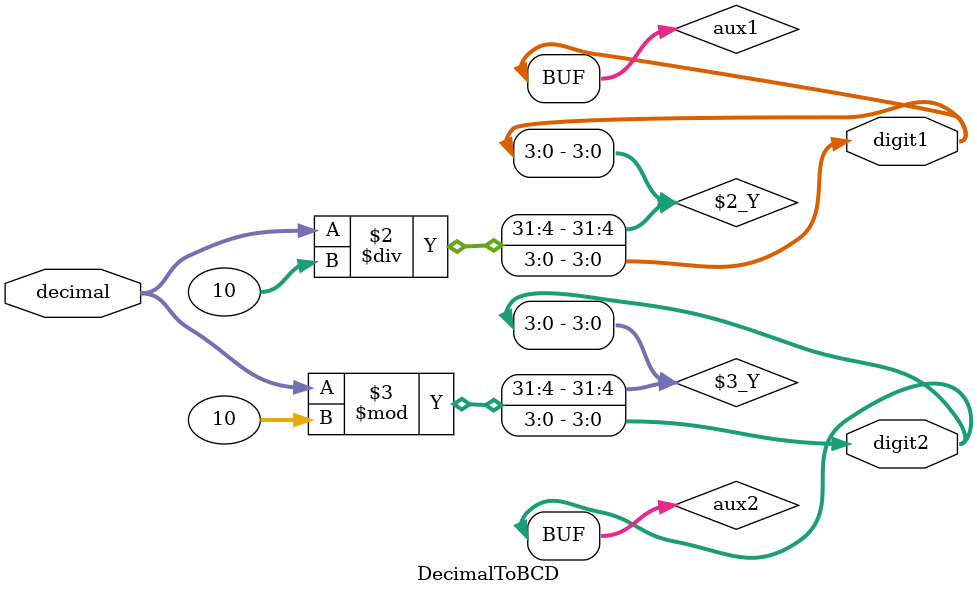
<source format=sv>
module DecimalToBCD(
	input logic [5:0] decimal,
	output logic [3:0] digit1,
	output logic [3:0] digit2
	);
	
	reg [3:0] aux1, aux2;
	
	always_comb begin
		aux1	= decimal / 10;
		aux2	= decimal % 10;
	end
	
	assign digit1 = aux1;
	assign digit2 = aux2;
	
endmodule

</source>
